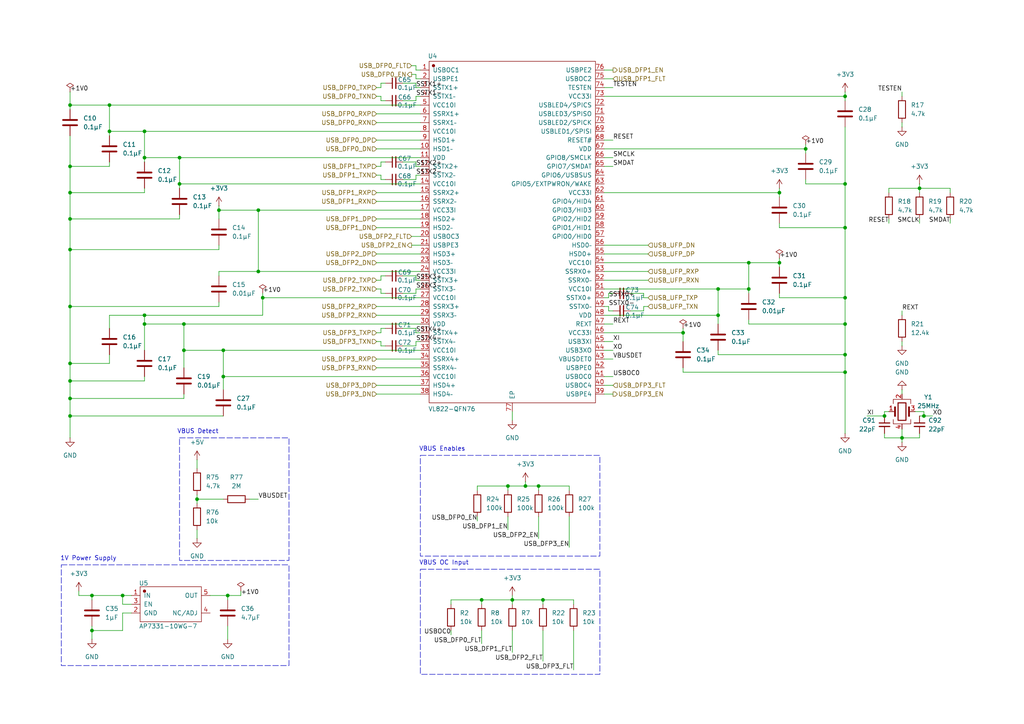
<source format=kicad_sch>
(kicad_sch (version 20231120) (generator "eeschema") (generator_version "8.0")
  (paper "A4")
  (junction (at 53.34 93.98))
  (junction (at 245.11 66.04))
  (junction (at 41.91 45.72))
  (junction (at 26.67 172.72))
  (junction (at 266.7 54.61))
  (junction (at 52.07 45.72))
  (junction (at 41.91 91.44))
  (junction (at 41.91 93.98))
  (junction (at 245.11 86.36))
  (junction (at 76.2 86.36))
  (junction (at 64.77 109.22))
  (junction (at 157.48 173.99))
  (junction (at 233.68 43.18))
  (junction (at 226.06 55.88))
  (junction (at 20.32 55.88))
  (junction (at 20.32 88.9))
  (junction (at 20.32 48.26))
  (junction (at 35.56 172.72))
  (junction (at 198.12 96.52))
  (junction (at 66.04 172.72))
  (junction (at 217.17 76.2))
  (junction (at 256.54 120.65))
  (junction (at 245.11 102.87))
  (junction (at 261.62 127))
  (junction (at 20.32 105.41))
  (junction (at 245.11 93.98))
  (junction (at 53.34 101.6))
  (junction (at 74.93 60.96))
  (junction (at 217.17 83.82))
  (junction (at 20.32 115.57))
  (junction (at 208.28 83.82))
  (junction (at 20.32 110.49))
  (junction (at 41.91 38.1))
  (junction (at 267.97 120.65))
  (junction (at 31.75 38.1))
  (junction (at 139.7 173.99))
  (junction (at 208.28 91.44))
  (junction (at 31.75 30.48))
  (junction (at 74.93 78.74))
  (junction (at 245.11 27.94))
  (junction (at 20.32 63.5))
  (junction (at 226.06 76.2))
  (junction (at 20.32 72.39))
  (junction (at 245.11 53.34))
  (junction (at 64.77 101.6))
  (junction (at 57.15 144.78))
  (junction (at 245.11 107.95))
  (junction (at 26.67 182.88))
  (junction (at 20.32 120.65))
  (junction (at 52.07 53.34))
  (junction (at 147.32 140.97))
  (junction (at 152.4 140.97))
  (junction (at 156.21 140.97))
  (junction (at 20.32 30.48))
  (junction (at 63.5 60.96))
  (junction (at 148.59 173.99))
  (wire (pts (xy 233.68 41.91) (xy 233.68 43.18)))
  (wire (pts (xy 57.15 144.78) (xy 57.15 146.05)))
  (wire (pts (xy 109.22 83.82) (xy 110.49 83.82)))
  (wire (pts (xy 226.06 64.77) (xy 226.06 66.04)))
  (wire (pts (xy 175.26 48.26) (xy 177.8 48.26)))
  (wire (pts (xy 175.26 76.2) (xy 217.17 76.2)))
  (wire (pts (xy 139.7 175.26) (xy 139.7 173.99)))
  (wire (pts (xy 119.38 68.58) (xy 121.92 68.58)))
  (wire (pts (xy 116.84 85.09) (xy 120.65 85.09)))
  (wire (pts (xy 166.37 182.88) (xy 166.37 194.31)))
  (wire (pts (xy 120.65 52.07) (xy 120.65 50.8)))
  (wire (pts (xy 116.84 52.07) (xy 120.65 52.07)))
  (wire (pts (xy 165.1 142.24) (xy 165.1 140.97)))
  (wire (pts (xy 41.91 45.72) (xy 52.07 45.72)))
  (wire (pts (xy 261.62 99.06) (xy 261.62 100.33)))
  (wire (pts (xy 266.7 127) (xy 266.7 125.73)))
  (wire (pts (xy 217.17 76.2) (xy 226.06 76.2)))
  (wire (pts (xy 120.65 20.32) (xy 121.92 20.32)))
  (wire (pts (xy 175.26 81.28) (xy 187.96 81.28)))
  (wire (pts (xy 41.91 38.1) (xy 121.92 38.1)))
  (wire (pts (xy 20.32 63.5) (xy 52.07 63.5)))
  (wire (pts (xy 109.22 96.52) (xy 110.49 96.52)))
  (wire (pts (xy 120.65 29.21) (xy 120.65 27.94)))
  (wire (pts (xy 120.65 95.25) (xy 120.65 96.52)))
  (wire (pts (xy 148.59 173.99) (xy 148.59 175.26)))
  (wire (pts (xy 119.38 71.12) (xy 121.92 71.12)))
  (wire (pts (xy 110.49 83.82) (xy 110.49 85.09)))
  (wire (pts (xy 110.49 80.01) (xy 111.76 80.01)))
  (wire (pts (xy 26.67 172.72) (xy 26.67 173.99)))
  (wire (pts (xy 20.32 39.37) (xy 20.32 48.26)))
  (wire (pts (xy 152.4 140.97) (xy 156.21 140.97)))
  (wire (pts (xy 20.32 105.41) (xy 20.32 110.49)))
  (wire (pts (xy 109.22 43.18) (xy 121.92 43.18)))
  (wire (pts (xy 261.62 127) (xy 261.62 128.27)))
  (wire (pts (xy 256.54 125.73) (xy 256.54 127)))
  (wire (pts (xy 157.48 175.26) (xy 157.48 173.99)))
  (wire (pts (xy 63.5 60.96) (xy 74.93 60.96)))
  (wire (pts (xy 261.62 127) (xy 266.7 127)))
  (wire (pts (xy 31.75 91.44) (xy 41.91 91.44)))
  (wire (pts (xy 53.34 101.6) (xy 64.77 101.6)))
  (wire (pts (xy 20.32 30.48) (xy 31.75 30.48)))
  (wire (pts (xy 109.22 55.88) (xy 121.92 55.88)))
  (wire (pts (xy 53.34 93.98) (xy 53.34 101.6)))
  (wire (pts (xy 66.04 172.72) (xy 69.85 172.72)))
  (wire (pts (xy 76.2 85.09) (xy 76.2 86.36)))
  (wire (pts (xy 20.32 115.57) (xy 53.34 115.57)))
  (wire (pts (xy 245.11 53.34) (xy 245.11 66.04)))
  (wire (pts (xy 138.43 142.24) (xy 138.43 140.97)))
  (wire (pts (xy 121.92 109.22) (xy 64.77 109.22)))
  (wire (pts (xy 198.12 107.95) (xy 245.11 107.95)))
  (wire (pts (xy 175.26 99.06) (xy 177.8 99.06)))
  (wire (pts (xy 52.07 53.34) (xy 121.92 53.34)))
  (wire (pts (xy 109.22 73.66) (xy 121.92 73.66)))
  (wire (pts (xy 53.34 93.98) (xy 121.92 93.98)))
  (wire (pts (xy 41.91 54.61) (xy 41.91 55.88)))
  (wire (pts (xy 109.22 91.44) (xy 121.92 91.44)))
  (wire (pts (xy 57.15 133.35) (xy 57.15 135.89)))
  (wire (pts (xy 52.07 62.23) (xy 52.07 63.5)))
  (wire (pts (xy 175.26 114.3) (xy 177.8 114.3)))
  (wire (pts (xy 120.65 100.33) (xy 120.65 99.06)))
  (wire (pts (xy 120.65 99.06) (xy 121.92 99.06)))
  (wire (pts (xy 120.65 83.82) (xy 121.92 83.82)))
  (wire (pts (xy 110.49 24.13) (xy 111.76 24.13)))
  (wire (pts (xy 147.32 140.97) (xy 152.4 140.97)))
  (wire (pts (xy 57.15 153.67) (xy 57.15 156.21)))
  (wire (pts (xy 165.1 149.86) (xy 165.1 158.75)))
  (wire (pts (xy 74.93 60.96) (xy 74.93 78.74)))
  (wire (pts (xy 156.21 149.86) (xy 156.21 156.21)))
  (wire (pts (xy 52.07 53.34) (xy 52.07 54.61)))
  (wire (pts (xy 208.28 91.44) (xy 208.28 83.82)))
  (wire (pts (xy 31.75 38.1) (xy 31.75 39.37)))
  (wire (pts (xy 176.53 85.09) (xy 177.8 85.09)))
  (wire (pts (xy 57.15 144.78) (xy 64.77 144.78)))
  (wire (pts (xy 226.06 74.93) (xy 226.06 76.2)))
  (wire (pts (xy 110.49 100.33) (xy 111.76 100.33)))
  (wire (pts (xy 245.11 66.04) (xy 245.11 86.36)))
  (wire (pts (xy 41.91 55.88) (xy 20.32 55.88)))
  (wire (pts (xy 52.07 45.72) (xy 121.92 45.72)))
  (wire (pts (xy 166.37 175.26) (xy 166.37 173.99)))
  (wire (pts (xy 57.15 143.51) (xy 57.15 144.78)))
  (wire (pts (xy 41.91 109.22) (xy 41.91 110.49)))
  (wire (pts (xy 20.32 26.67) (xy 20.32 30.48)))
  (wire (pts (xy 120.65 50.8) (xy 121.92 50.8)))
  (wire (pts (xy 130.81 175.26) (xy 130.81 173.99)))
  (wire (pts (xy 110.49 27.94) (xy 110.49 29.21)))
  (wire (pts (xy 41.91 93.98) (xy 53.34 93.98)))
  (wire (pts (xy 64.77 109.22) (xy 64.77 113.03)))
  (wire (pts (xy 31.75 102.87) (xy 31.75 105.41)))
  (wire (pts (xy 109.22 25.4) (xy 110.49 25.4)))
  (wire (pts (xy 226.06 86.36) (xy 245.11 86.36)))
  (wire (pts (xy 267.97 120.65) (xy 266.7 120.65)))
  (wire (pts (xy 109.22 40.64) (xy 121.92 40.64)))
  (wire (pts (xy 176.53 90.17) (xy 177.8 90.17)))
  (wire (pts (xy 152.4 139.7) (xy 152.4 140.97)))
  (wire (pts (xy 63.5 59.69) (xy 63.5 60.96)))
  (wire (pts (xy 31.75 48.26) (xy 20.32 48.26)))
  (wire (pts (xy 109.22 33.02) (xy 121.92 33.02)))
  (wire (pts (xy 226.06 76.2) (xy 226.06 77.47)))
  (wire (pts (xy 116.84 46.99) (xy 120.65 46.99)))
  (wire (pts (xy 109.22 111.76) (xy 121.92 111.76)))
  (wire (pts (xy 217.17 93.98) (xy 245.11 93.98)))
  (wire (pts (xy 245.11 27.94) (xy 245.11 29.21)))
  (wire (pts (xy 20.32 30.48) (xy 20.32 31.75)))
  (wire (pts (xy 175.26 109.22) (xy 177.8 109.22)))
  (wire (pts (xy 175.26 96.52) (xy 198.12 96.52)))
  (wire (pts (xy 66.04 181.61) (xy 66.04 185.42)))
  (wire (pts (xy 275.59 63.5) (xy 275.59 64.77)))
  (wire (pts (xy 182.88 90.17) (xy 186.69 90.17)))
  (wire (pts (xy 116.84 95.25) (xy 120.65 95.25)))
  (wire (pts (xy 41.91 91.44) (xy 76.2 91.44)))
  (wire (pts (xy 245.11 36.83) (xy 245.11 53.34)))
  (wire (pts (xy 41.91 93.98) (xy 41.91 101.6)))
  (wire (pts (xy 109.22 104.14) (xy 121.92 104.14)))
  (wire (pts (xy 226.06 66.04) (xy 245.11 66.04)))
  (wire (pts (xy 20.32 55.88) (xy 20.32 63.5)))
  (wire (pts (xy 109.22 99.06) (xy 110.49 99.06)))
  (wire (pts (xy 109.22 63.5) (xy 121.92 63.5)))
  (wire (pts (xy 26.67 182.88) (xy 26.67 185.42)))
  (wire (pts (xy 245.11 93.98) (xy 245.11 102.87)))
  (wire (pts (xy 63.5 71.12) (xy 63.5 72.39)))
  (wire (pts (xy 110.49 50.8) (xy 110.49 52.07)))
  (wire (pts (xy 245.11 107.95) (xy 245.11 125.73)))
  (wire (pts (xy 175.26 55.88) (xy 226.06 55.88)))
  (wire (pts (xy 20.32 105.41) (xy 31.75 105.41)))
  (wire (pts (xy 120.65 27.94) (xy 121.92 27.94)))
  (wire (pts (xy 156.21 140.97) (xy 156.21 142.24)))
  (wire (pts (xy 138.43 140.97) (xy 147.32 140.97)))
  (wire (pts (xy 35.56 182.88) (xy 26.67 182.88)))
  (wire (pts (xy 74.93 78.74) (xy 121.92 78.74)))
  (wire (pts (xy 110.49 81.28) (xy 110.49 80.01)))
  (wire (pts (xy 110.49 85.09) (xy 111.76 85.09)))
  (wire (pts (xy 175.26 22.86) (xy 177.8 22.86)))
  (wire (pts (xy 110.49 52.07) (xy 111.76 52.07)))
  (wire (pts (xy 176.53 86.36) (xy 176.53 85.09)))
  (wire (pts (xy 148.59 182.88) (xy 148.59 189.23)))
  (wire (pts (xy 20.32 88.9) (xy 20.32 105.41)))
  (wire (pts (xy 147.32 142.24) (xy 147.32 140.97)))
  (wire (pts (xy 266.7 63.5) (xy 266.7 64.77)))
  (wire (pts (xy 208.28 91.44) (xy 208.28 93.98)))
  (wire (pts (xy 257.81 54.61) (xy 266.7 54.61)))
  (wire (pts (xy 256.54 119.38) (xy 256.54 120.65)))
  (wire (pts (xy 116.84 100.33) (xy 120.65 100.33)))
  (wire (pts (xy 156.21 140.97) (xy 165.1 140.97)))
  (wire (pts (xy 176.53 88.9) (xy 176.53 90.17)))
  (wire (pts (xy 22.86 171.45) (xy 22.86 172.72)))
  (wire (pts (xy 175.26 86.36) (xy 176.53 86.36)))
  (wire (pts (xy 175.26 27.94) (xy 245.11 27.94)))
  (wire (pts (xy 116.84 29.21) (xy 120.65 29.21)))
  (wire (pts (xy 110.49 29.21) (xy 111.76 29.21)))
  (wire (pts (xy 175.26 73.66) (xy 187.96 73.66)))
  (wire (pts (xy 208.28 102.87) (xy 245.11 102.87)))
  (wire (pts (xy 261.62 124.46) (xy 261.62 127)))
  (wire (pts (xy 139.7 182.88) (xy 139.7 186.69)))
  (wire (pts (xy 110.49 25.4) (xy 110.49 24.13)))
  (wire (pts (xy 175.26 111.76) (xy 177.8 111.76)))
  (wire (pts (xy 120.65 21.59) (xy 120.65 22.86)))
  (wire (pts (xy 265.43 119.38) (xy 267.97 119.38)))
  (wire (pts (xy 109.22 50.8) (xy 110.49 50.8)))
  (wire (pts (xy 275.59 55.88) (xy 275.59 54.61)))
  (wire (pts (xy 119.38 21.59) (xy 120.65 21.59)))
  (wire (pts (xy 26.67 181.61) (xy 26.67 182.88)))
  (wire (pts (xy 257.81 55.88) (xy 257.81 54.61)))
  (wire (pts (xy 109.22 58.42) (xy 121.92 58.42)))
  (wire (pts (xy 208.28 101.6) (xy 208.28 102.87)))
  (wire (pts (xy 120.65 81.28) (xy 121.92 81.28)))
  (wire (pts (xy 109.22 35.56) (xy 121.92 35.56)))
  (wire (pts (xy 76.2 86.36) (xy 121.92 86.36)))
  (wire (pts (xy 41.91 91.44) (xy 41.91 93.98)))
  (wire (pts (xy 186.69 90.17) (xy 186.69 88.9)))
  (wire (pts (xy 20.32 115.57) (xy 20.32 120.65)))
  (wire (pts (xy 120.65 22.86) (xy 121.92 22.86)))
  (wire (pts (xy 38.1 177.8) (xy 35.56 177.8)))
  (wire (pts (xy 20.32 120.65) (xy 64.77 120.65)))
  (wire (pts (xy 245.11 26.67) (xy 245.11 27.94)))
  (wire (pts (xy 148.59 172.72) (xy 148.59 173.99)))
  (wire (pts (xy 226.06 55.88) (xy 226.06 57.15)))
  (wire (pts (xy 109.22 27.94) (xy 110.49 27.94)))
  (wire (pts (xy 20.32 120.65) (xy 20.32 127)))
  (wire (pts (xy 26.67 172.72) (xy 35.56 172.72)))
  (wire (pts (xy 74.93 60.96) (xy 121.92 60.96)))
  (wire (pts (xy 186.69 86.36) (xy 187.96 86.36)))
  (wire (pts (xy 110.49 95.25) (xy 111.76 95.25)))
  (wire (pts (xy 110.49 99.06) (xy 110.49 100.33)))
  (wire (pts (xy 53.34 114.3) (xy 53.34 115.57)))
  (wire (pts (xy 120.65 85.09) (xy 120.65 83.82)))
  (wire (pts (xy 175.26 71.12) (xy 187.96 71.12)))
  (wire (pts (xy 116.84 24.13) (xy 120.65 24.13)))
  (wire (pts (xy 233.68 53.34) (xy 245.11 53.34)))
  (wire (pts (xy 266.7 54.61) (xy 266.7 55.88)))
  (wire (pts (xy 120.65 25.4) (xy 121.92 25.4)))
  (wire (pts (xy 64.77 101.6) (xy 64.77 109.22)))
  (wire (pts (xy 166.37 173.99) (xy 157.48 173.99)))
  (wire (pts (xy 22.86 172.72) (xy 26.67 172.72)))
  (wire (pts (xy 120.65 80.01) (xy 120.65 81.28)))
  (wire (pts (xy 233.68 52.07) (xy 233.68 53.34)))
  (wire (pts (xy 109.22 81.28) (xy 110.49 81.28)))
  (wire (pts (xy 31.75 46.99) (xy 31.75 48.26)))
  (wire (pts (xy 157.48 182.88) (xy 157.48 191.77)))
  (wire (pts (xy 20.32 63.5) (xy 20.32 72.39)))
  (wire (pts (xy 233.68 43.18) (xy 233.68 44.45)))
  (wire (pts (xy 267.97 119.38) (xy 267.97 120.65)))
  (wire (pts (xy 175.26 93.98) (xy 177.8 93.98)))
  (wire (pts (xy 109.22 106.68) (xy 121.92 106.68)))
  (wire (pts (xy 41.91 45.72) (xy 41.91 46.99)))
  (wire (pts (xy 245.11 102.87) (xy 245.11 107.95)))
  (wire (pts (xy 217.17 92.71) (xy 217.17 93.98)))
  (wire (pts (xy 76.2 91.44) (xy 76.2 86.36)))
  (wire (pts (xy 20.32 72.39) (xy 20.32 88.9)))
  (wire (pts (xy 256.54 127) (xy 261.62 127)))
  (wire (pts (xy 110.49 48.26) (xy 110.49 46.99)))
  (wire (pts (xy 63.5 60.96) (xy 63.5 63.5)))
  (wire (pts (xy 198.12 96.52) (xy 198.12 99.06)))
  (wire (pts (xy 64.77 101.6) (xy 121.92 101.6)))
  (wire (pts (xy 31.75 30.48) (xy 31.75 38.1)))
  (wire (pts (xy 175.26 20.32) (xy 177.8 20.32)))
  (wire (pts (xy 31.75 95.25) (xy 31.75 91.44)))
  (wire (pts (xy 226.06 85.09) (xy 226.06 86.36)))
  (wire (pts (xy 175.26 25.4) (xy 177.8 25.4)))
  (wire (pts (xy 120.65 96.52) (xy 121.92 96.52)))
  (wire (pts (xy 186.69 85.09) (xy 186.69 86.36)))
  (wire (pts (xy 198.12 106.68) (xy 198.12 107.95)))
  (wire (pts (xy 256.54 119.38) (xy 257.81 119.38)))
  (wire (pts (xy 31.75 30.48) (xy 121.92 30.48)))
  (wire (pts (xy 261.62 113.03) (xy 261.62 114.3)))
  (wire (pts (xy 175.26 91.44) (xy 208.28 91.44)))
  (wire (pts (xy 186.69 88.9) (xy 187.96 88.9)))
  (wire (pts (xy 110.49 96.52) (xy 110.49 95.25)))
  (wire (pts (xy 35.56 175.26) (xy 35.56 172.72)))
  (wire (pts (xy 20.32 110.49) (xy 41.91 110.49)))
  (wire (pts (xy 148.59 173.99) (xy 157.48 173.99)))
  (wire (pts (xy 175.26 83.82) (xy 208.28 83.82)))
  (wire (pts (xy 66.04 172.72) (xy 60.96 172.72)))
  (wire (pts (xy 41.91 38.1) (xy 41.91 45.72)))
  (wire (pts (xy 35.56 172.72) (xy 38.1 172.72)))
  (wire (pts (xy 275.59 54.61) (xy 266.7 54.61)))
  (wire (pts (xy 66.04 173.99) (xy 66.04 172.72)))
  (wire (pts (xy 175.26 78.74) (xy 187.96 78.74)))
  (wire (pts (xy 53.34 101.6) (xy 53.34 106.68)))
  (wire (pts (xy 217.17 83.82) (xy 217.17 85.09)))
  (wire (pts (xy 110.49 46.99) (xy 111.76 46.99)))
  (wire (pts (xy 109.22 66.04) (xy 121.92 66.04)))
  (wire (pts (xy 175.26 40.64) (xy 177.8 40.64)))
  (wire (pts (xy 109.22 48.26) (xy 110.49 48.26)))
  (wire (pts (xy 120.65 46.99) (xy 120.65 48.26)))
  (wire (pts (xy 261.62 26.67) (xy 261.62 27.94)))
  (wire (pts (xy 226.06 54.61) (xy 226.06 55.88)))
  (wire (pts (xy 130.81 173.99) (xy 139.7 173.99)))
  (wire (pts (xy 109.22 114.3) (xy 121.92 114.3)))
  (wire (pts (xy 116.84 80.01) (xy 120.65 80.01)))
  (wire (pts (xy 63.5 72.39) (xy 20.32 72.39)))
  (wire (pts (xy 251.46 120.65) (xy 256.54 120.65)))
  (wire (pts (xy 198.12 95.25) (xy 198.12 96.52)))
  (wire (pts (xy 147.32 149.86) (xy 147.32 153.67)))
  (wire (pts (xy 63.5 78.74) (xy 74.93 78.74)))
  (wire (pts (xy 175.26 101.6) (xy 177.8 101.6)))
  (wire (pts (xy 120.65 19.05) (xy 120.65 20.32)))
  (wire (pts (xy 148.59 119.38) (xy 148.59 121.92)))
  (wire (pts (xy 20.32 110.49) (xy 20.32 115.57)))
  (wire (pts (xy 63.5 78.74) (xy 63.5 80.01)))
  (wire (pts (xy 266.7 53.34) (xy 266.7 54.61)))
  (wire (pts (xy 182.88 85.09) (xy 186.69 85.09)))
  (wire (pts (xy 63.5 87.63) (xy 63.5 88.9)))
  (wire (pts (xy 245.11 86.36) (xy 245.11 93.98)))
  (wire (pts (xy 72.39 144.78) (xy 74.93 144.78)))
  (wire (pts (xy 261.62 90.17) (xy 261.62 91.44)))
  (wire (pts (xy 175.26 45.72) (xy 177.8 45.72)))
  (wire (pts (xy 130.81 182.88) (xy 130.81 184.15)))
  (wire (pts (xy 175.26 43.18) (xy 233.68 43.18)))
  (wire (pts (xy 52.07 45.72) (xy 52.07 53.34)))
  (wire (pts (xy 119.38 19.05) (xy 120.65 19.05)))
  (wire (pts (xy 270.51 120.65) (xy 267.97 120.65)))
  (wire (pts (xy 31.75 38.1) (xy 41.91 38.1)))
  (wire (pts (xy 35.56 177.8) (xy 35.56 182.88)))
  (wire (pts (xy 175.26 88.9) (xy 176.53 88.9)))
  (wire (pts (xy 138.43 149.86) (xy 138.43 151.13)))
  (wire (pts (xy 139.7 173.99) (xy 148.59 173.99)))
  (wire (pts (xy 109.22 76.2) (xy 121.92 76.2)))
  (wire (pts (xy 63.5 88.9) (xy 20.32 88.9)))
  (wire (pts (xy 20.32 48.26) (xy 20.32 55.88)))
  (wire (pts (xy 257.81 64.77) (xy 257.81 63.5)))
  (wire (pts (xy 109.22 88.9) (xy 121.92 88.9)))
  (wire (pts (xy 175.26 104.14) (xy 177.8 104.14)))
  (wire (pts (xy 261.62 35.56) (xy 261.62 36.83)))
  (wire (pts (xy 208.28 83.82) (xy 217.17 83.82)))
  (wire (pts (xy 69.85 172.72) (xy 69.85 171.45)))
  (wire (pts (xy 38.1 175.26) (xy 35.56 175.26)))
  (wire (pts (xy 217.17 83.82) (xy 217.17 76.2)))
  (wire (pts (xy 120.65 48.26) (xy 121.92 48.26)))
  (wire (pts (xy 120.65 24.13) (xy 120.65 25.4)))
  (rectangle (start 17.78 163.83) (end 83.82 193.04) (stroke (width 0) (type dash)))
  (rectangle (start 121.92 165.1) (end 173.99 195.58) (stroke (width 0) (type dash)))
  (rectangle (start 121.92 132.08) (end 173.99 161.29) (stroke (width 0) (type dash)))
  (rectangle (start 52.07 127) (end 83.82 162.56) (stroke (width 0) (type dash)))
  (text "VBUS Enables" (at 128.27 130.302 0) (effects (font (size 1.27 1.27))))
  (text "1V Power Supply" (at 25.654 162.052 0) (effects (font (size 1.27 1.27))))
  (text "VBUS OC Input" (at 128.778 163.322 0) (effects (font (size 1.27 1.27))))
  (text "VBUS Detect" (at 57.404 125.222 0) (effects (font (size 1.27 1.27))))
  (label "+1V0" (at 226.06 74.93 0))
  (label "USB_DFP0_FLT" (at 139.7 186.69 180))
  (label "RESET" (at 177.8 40.64 0))
  (label "USB_DFP0_EN" (at 138.43 151.13 180))
  (label "USB_DFP2_FLT" (at 157.48 191.77 180))
  (label "TESTEN" (at 177.8 25.4 0))
  (label "XI" (at 251.46 120.65 0))
  (label "REXT" (at 177.8 93.98 0))
  (label "VBUSDET" (at 74.93 144.78 0))
  (label "SSTX0+" (at 176.53 86.36 0))
  (label "XI" (at 177.8 99.06 0))
  (label "USB_DFP2_EN" (at 156.21 156.21 180))
  (label "VBUSDET" (at 177.8 104.14 0))
  (label "+1V0" (at 198.12 95.25 0))
  (label "+1V0" (at 20.32 26.67 0))
  (label "SSTX1+" (at 120.65 25.4 0))
  (label "USB_DFP3_EN" (at 165.1 158.75 180))
  (label "SSTX4-" (at 120.65 99.06 0))
  (label "USBOC0" (at 130.81 184.15 180))
  (label "USB_DFP3_FLT" (at 166.37 194.31 180))
  (label "USB_DFP1_FLT" (at 148.59 189.23 180))
  (label "SMCLK" (at 177.8 45.72 0))
  (label "SSTX3+" (at 120.65 81.28 0))
  (label "XO" (at 177.8 101.6 0))
  (label "SSTX1-" (at 120.65 27.94 0))
  (label "REXT" (at 261.62 90.17 0))
  (label "TESTEN" (at 261.62 26.67 180))
  (label "SMDAT" (at 275.59 64.77 180))
  (label "+1V0" (at 76.2 85.09 0))
  (label "SMCLK" (at 266.7 64.77 180))
  (label "SSTX4+" (at 120.65 96.52 0))
  (label "XO" (at 270.51 120.65 0))
  (label "RESET" (at 257.81 64.77 180))
  (label "SSTX2+" (at 120.65 48.26 0))
  (label "USB_DFP1_EN" (at 147.32 153.67 180))
  (label "SSTX0-" (at 176.53 88.9 0))
  (label "SSTX3-" (at 120.65 83.82 0))
  (label "SSTX2-" (at 120.65 50.8 0))
  (label "SMDAT" (at 177.8 48.26 0))
  (label "+1V0" (at 69.85 172.72 0))
  (label "USBOC0" (at 177.8 109.22 0))
  (label "+1V0" (at 233.68 41.91 0))
  (hierarchical_label "USB_DFP0_DN" (shape input) (at 109.22 43.18 180))
  (hierarchical_label "USB_DFP3_DN" (shape input) (at 109.22 114.3 180))
  (hierarchical_label "USB_DFP0_FLT" (shape input) (at 119.38 19.05 180))
  (hierarchical_label "USB_DFP2_RXN" (shape input) (at 109.22 91.44 180))
  (hierarchical_label "USB_UFP_DP" (shape input) (at 187.96 73.66 0))
  (hierarchical_label "USB_DFP2_RXP" (shape input) (at 109.22 88.9 180))
  (hierarchical_label "USB_DFP2_EN" (shape output) (at 119.38 71.12 180))
  (hierarchical_label "USB_DFP2_DN" (shape input) (at 109.22 76.2 180))
  (hierarchical_label "USB_DFP2_TXP" (shape input) (at 109.22 81.28 180))
  (hierarchical_label "USB_DFP1_DN" (shape input) (at 109.22 66.04 180))
  (hierarchical_label "USB_DFP3_EN" (shape output) (at 177.8 114.3 0))
  (hierarchical_label "USB_DFP3_TXP" (shape input) (at 109.22 96.52 180))
  (hierarchical_label "USB_UFP_RXP" (shape input) (at 187.96 78.74 0))
  (hierarchical_label "USB_DFP3_DP" (shape input) (at 109.22 111.76 180))
  (hierarchical_label "USB_DFP0_DP" (shape input) (at 109.22 40.64 180))
  (hierarchical_label "USB_UFP_RXN" (shape input) (at 187.96 81.28 0))
  (hierarchical_label "USB_DFP1_TXN" (shape input) (at 109.22 50.8 180))
  (hierarchical_label "USB_DFP1_DP" (shape input) (at 109.22 63.5 180))
  (hierarchical_label "USB_DFP1_TXP" (shape input) (at 109.22 48.26 180))
  (hierarchical_label "USB_DFP2_TXN" (shape input) (at 109.22 83.82 180))
  (hierarchical_label "USB_UFP_DN" (shape input) (at 187.96 71.12 0))
  (hierarchical_label "USB_DFP3_RXN" (shape input) (at 109.22 106.68 180))
  (hierarchical_label "USB_DFP3_TXN" (shape input) (at 109.22 99.06 180))
  (hierarchical_label "USB_DFP0_TXP" (shape input) (at 109.22 25.4 180))
  (hierarchical_label "USB_DFP0_RXP" (shape input) (at 109.22 33.02 180))
  (hierarchical_label "USB_DFP1_EN" (shape output) (at 177.8 20.32 0))
  (hierarchical_label "USB_DFP2_FLT" (shape input) (at 119.38 68.58 180))
  (hierarchical_label "USB_DFP2_DP" (shape input) (at 109.22 73.66 180))
  (hierarchical_label "USB_DFP1_RXP" (shape input) (at 109.22 55.88 180))
  (hierarchical_label "USB_DFP3_RXP" (shape input) (at 109.22 104.14 180))
  (hierarchical_label "USB_UFP_TXP" (shape input) (at 187.96 86.36 0))
  (hierarchical_label "USB_DFP1_RXN" (shape input) (at 109.22 58.42 180))
  (hierarchical_label "USB_UFP_TXN" (shape input) (at 187.96 88.9 0))
  (hierarchical_label "USB_DFP0_RXN" (shape input) (at 109.22 35.56 180))
  (hierarchical_label "USB_DFP0_EN" (shape output) (at 119.38 21.59 180))
  (hierarchical_label "USB_DFP1_FLT" (shape input) (at 177.8 22.86 0))
  (hierarchical_label "USB_DFP0_TXN" (shape input) (at 109.22 27.94 180))
  (hierarchical_label "USB_DFP3_FLT" (shape input) (at 177.8 111.76 0))
  (symbol (lib_id "Device:C_Small") (at 114.3 80.01 90) (unit 1)
    (property "Reference" "C69" (at 117.348 78.994 90))
    (property "Value" "0.1µF" (at 118.11 81.28 90))
    (property "Footprint" "Capacitor_SMD:C_0402_1005Metric" (effects (hide yes)))
    (property "Description" "AC coupling" (effects (hide yes)))
    (property "LCSC" "C307331" (effects (hide yes)))
    (property "Part_Number" "CL05B104KB54PNC" (effects (hide yes)))
  )
  (symbol (lib_id "power:GND") (at 261.62 100.33 0) (unit 1)
    (property "Reference" "#PWR040" (effects (hide yes)))
    (property "Value" "GND" (at 261.62 105.41 0))
    (property "Description" "Power symbol creates a global label with name \"GND\" , ground" (effects (hide yes)))
  )
  (symbol (lib_id "power:+3V3") (at 245.11 26.67 0) (unit 1)
    (property "Reference" "#PWR032" (effects (hide yes)))
    (property "Value" "+3V3" (at 245.11 21.59 0))
    (property "Description" "Power symbol creates a global label with name \"+3V3\"" (effects (hide yes)))
  )
  (symbol (lib_id "Device:C") (at 233.68 48.26 0) (unit 1)
    (property "Reference" "C29" (at 237.49 46.9899 0) (effects (justify left)))
    (property "Value" "0.1µF" (at 237.49 49.5299 0) (effects (justify left)))
    (property "Footprint" "Capacitor_SMD:C_0402_1005Metric" (effects (hide yes)))
    (property "Description" "Unpolarized capacitor" (effects (hide yes)))
    (property "LCSC" "C307331" (effects (hide yes)))
    (property "Part_Number" "CL05B104KB54PNC" (effects (hide yes)))
  )
  (symbol (lib_id "Device:R") (at 261.62 95.25 0) (unit 1)
    (property "Reference" "R21" (at 264.16 93.9799 0) (effects (justify left)))
    (property "Value" "12.4k" (at 264.16 96.5199 0) (effects (justify left)))
    (property "Footprint" "Resistor_SMD:R_0805_2012Metric_Pad1.20x1.40mm_HandSolder" (effects (hide yes)))
    (property "Description" "Resistor" (effects (hide yes)))
    (property "Part_Number" "CQ05W8F1242T5E" (effects (hide yes)))
    (property "LCSC" "C966572" (effects (hide yes)))
  )
  (symbol (lib_id "power:PWR_FLAG") (at 226.06 74.93 0) (unit 1)
    (property "Reference" "#FLG08" (effects (hide yes)))
    (property "Value" "PWR_FLAG" (effects (hide yes)))
    (property "Description" "Special symbol for telling ERC where power comes from" (effects (hide yes)))
  )
  (symbol (lib_id "power:PWR_FLAG") (at 76.2 85.09 0) (unit 1)
    (property "Reference" "#FLG010" (effects (hide yes)))
    (property "Value" "PWR_FLAG" (effects (hide yes)))
    (property "Description" "Special symbol for telling ERC where power comes from" (effects (hide yes)))
  )
  (symbol (lib_id "Device:C") (at 217.17 88.9 0) (unit 1)
    (property "Reference" "C32" (at 220.98 87.6299 0) (effects (justify left)))
    (property "Value" "0.01µF" (at 220.98 90.1699 0) (effects (justify left)))
    (property "Footprint" "Capacitor_SMD:C_0402_1005Metric" (effects (hide yes)))
    (property "Description" "X7R" (effects (hide yes)))
    (property "LCSC" "C15195" (effects (hide yes)))
    (property "Part_Number" "CL05B103KB5NNNC" (effects (hide yes)))
  )
  (symbol (lib_id "Device:C_Small") (at 114.3 95.25 90) (unit 1)
    (property "Reference" "C71" (at 117.348 94.234 90))
    (property "Value" "0.1µF" (at 118.11 96.52 90))
    (property "Footprint" "Capacitor_SMD:C_0402_1005Metric" (effects (hide yes)))
    (property "Description" "AC coupling" (effects (hide yes)))
    (property "LCSC" "C307331" (effects (hide yes)))
    (property "Part_Number" "CL05B104KB54PNC" (effects (hide yes)))
  )
  (symbol (lib_id "Device:C_Small") (at 114.3 46.99 90) (unit 1)
    (property "Reference" "C67" (at 117.348 45.974 90))
    (property "Value" "0.1µF" (at 118.11 48.26 90))
    (property "Footprint" "Capacitor_SMD:C_0402_1005Metric" (effects (hide yes)))
    (property "Description" "AC coupling" (effects (hide yes)))
    (property "LCSC" "C307331" (effects (hide yes)))
    (property "Part_Number" "CL05B104KB54PNC" (effects (hide yes)))
  )
  (symbol (lib_id "Device:C") (at 31.75 99.06 0) (unit 1)
    (property "Reference" "C16" (at 35.56 97.7899 0) (effects (justify left)))
    (property "Value" "0.1µF" (at 35.56 100.3299 0) (effects (justify left)))
    (property "Footprint" "Capacitor_SMD:C_0402_1005Metric" (effects (hide yes)))
    (property "Description" "Unpolarized capacitor" (effects (hide yes)))
    (property "LCSC" "C307331" (effects (hide yes)))
    (property "Part_Number" "CL05B104KB54PNC" (effects (hide yes)))
  )
  (symbol (lib_id "Device:R") (at 157.48 179.07 0) (unit 1)
    (property "Reference" "R22" (at 160.02 177.7999 0) (effects (justify left)))
    (property "Value" "10k" (at 160.02 180.3399 0) (effects (justify left)))
    (property "Footprint" "Resistor_SMD:R_0402_1005Metric" (effects (hide yes)))
    (property "Description" "Resistor" (effects (hide yes)))
    (property "LCSC" "C25744" (effects (hide yes)))
    (property "Part_Number" "0402WGF1002TCE" (effects (hide yes)))
  )
  (symbol (lib_id "power:GND") (at 261.62 113.03 180) (unit 1)
    (property "Reference" "#PWR0102" (effects (hide yes)))
    (property "Value" "GND" (at 261.62 107.95 0))
    (property "Description" "Power symbol creates a global label with name \"GND\" , ground" (effects (hide yes)))
  )
  (symbol (lib_id "Device:C") (at 41.91 50.8 0) (unit 1)
    (property "Reference" "C12" (at 45.72 49.5299 0) (effects (justify left)))
    (property "Value" "0.1µF" (at 45.72 52.0699 0) (effects (justify left)))
    (property "Footprint" "Capacitor_SMD:C_0402_1005Metric" (effects (hide yes)))
    (property "Description" "Unpolarized capacitor" (effects (hide yes)))
    (property "LCSC" "C307331" (effects (hide yes)))
    (property "Part_Number" "CL05B104KB54PNC" (effects (hide yes)))
  )
  (symbol (lib_id "power:PWR_FLAG") (at 69.85 171.45 0) (unit 1)
    (property "Reference" "#FLG01" (effects (hide yes)))
    (property "Value" "PWR_FLAG" (effects (hide yes)))
    (property "Description" "Special symbol for telling ERC where power comes from" (effects (hide yes)))
  )
  (symbol (lib_id "Device:R") (at 57.15 139.7 0) (unit 1)
    (property "Reference" "R75" (at 59.69 138.4299 0) (effects (justify left)))
    (property "Value" "4.7k" (at 59.69 140.9699 0) (effects (justify left)))
    (property "Footprint" "Resistor_SMD:R_0402_1005Metric" (effects (hide yes)))
    (property "Description" "Resistor" (effects (hide yes)))
    (property "Part_Number" "0402WGF4701TCE" (effects (hide yes)))
    (property "LCSC" "C25900" (effects (hide yes)))
  )
  (symbol (lib_id "power:GND") (at 148.59 121.92 0) (unit 1)
    (property "Reference" "#PWR0103" (effects (hide yes)))
    (property "Value" "GND" (at 148.59 127 0))
    (property "Description" "Power symbol creates a global label with name \"GND\" , ground" (effects (hide yes)))
  )
  (symbol (lib_id "VL822-QFN76:VL822-QFN76") (at 148.59 67.31 0) (unit 1)
    (property "Reference" "U4" (at 125.476 16.256 0))
    (property "Value" "VL822-QFN76" (at 131.064 118.618 0))
    (property "Footprint" "VL822-QFN76:VL822-QFN76" (effects (hide yes)))
    (property "Description" "C2841047" (effects (hide yes)))
    (property "uuid" "std:e890d40fbb624ecfa7b32be7bc9d3cba" (effects (hide yes)))
    (property "Part_Number" "VL822-QFN76" (effects (hide yes)))
    (property "LCSC" "C2841047" (effects (hide yes)))
  )
  (symbol (lib_id "Device:R") (at 166.37 179.07 0) (unit 1)
    (property "Reference" "R23" (at 168.91 177.7999 0) (effects (justify left)))
    (property "Value" "10k" (at 168.91 180.3399 0) (effects (justify left)))
    (property "Footprint" "Resistor_SMD:R_0402_1005Metric" (effects (hide yes)))
    (property "Description" "Resistor" (effects (hide yes)))
    (property "LCSC" "C25744" (effects (hide yes)))
    (property "Part_Number" "0402WGF1002TCE" (effects (hide yes)))
  )
  (symbol (lib_id "Device:C") (at 52.07 58.42 0) (unit 1)
    (property "Reference" "C13" (at 55.88 57.1499 0) (effects (justify left)))
    (property "Value" "0.1µF" (at 55.88 59.6899 0) (effects (justify left)))
    (property "Footprint" "Capacitor_SMD:C_0402_1005Metric" (effects (hide yes)))
    (property "Description" "Unpolarized capacitor" (effects (hide yes)))
    (property "LCSC" "C307331" (effects (hide yes)))
    (property "Part_Number" "CL05B104KB54PNC" (effects (hide yes)))
  )
  (symbol (lib_id "AP7331-10WG-7:AP7331-10WG-7") (at 49.53 175.26 0) (unit 1)
    (property "Reference" "U5" (at 41.656 169.164 0))
    (property "Value" "AP7331-10WG-7" (at 48.768 181.61 0))
    (property "Footprint" "AP7331-10WG-7:AP7331-10WG-7" (effects (hide yes)))
    (property "Datasheet" "http://www.szlcsc.com/product/details_464804.html" (effects (hide yes)))
    (property "Description" "C460375" (effects (hide yes)))
    (property "uuid" "std:bcc43397ad83422c80ea21646716de2d" (effects (hide yes)))
    (property "Part_Number" "AP7331-10WG-7" (effects (hide yes)))
    (property "LCSC" "C460375" (effects (hide yes)))
  )
  (symbol (lib_id "power:PWR_FLAG") (at 20.32 26.67 0) (unit 1)
    (property "Reference" "#FLG02" (effects (hide yes)))
    (property "Value" "PWR_FLAG" (effects (hide yes)))
    (property "Description" "Special symbol for telling ERC where power comes from" (effects (hide yes)))
  )
  (symbol (lib_id "Device:R") (at 148.59 179.07 0) (unit 1)
    (property "Reference" "R7" (at 151.13 177.7999 0) (effects (justify left)))
    (property "Value" "10k" (at 151.13 180.3399 0) (effects (justify left)))
    (property "Footprint" "Resistor_SMD:R_0402_1005Metric" (effects (hide yes)))
    (property "Description" "Resistor" (effects (hide yes)))
    (property "LCSC" "C25744" (effects (hide yes)))
    (property "Part_Number" "0402WGF1002TCE" (effects (hide yes)))
  )
  (symbol (lib_id "Device:C") (at 26.67 177.8 0) (unit 1)
    (property "Reference" "C35" (at 30.48 176.5299 0) (effects (justify left)))
    (property "Value" "1µF" (at 30.48 179.0699 0) (effects (justify left)))
    (property "Footprint" "Capacitor_SMD:C_0603_1608Metric" (effects (hide yes)))
    (property "Description" "X7R" (effects (hide yes)))
    (property "Part_Number" "CL10A105KB8NNNC" (effects (hide yes)))
    (property "LCSC" "C15849" (effects (hide yes)))
  )
  (symbol (lib_id "Device:C") (at 53.34 110.49 0) (unit 1)
    (property "Reference" "C19" (at 57.15 109.2199 0) (effects (justify left)))
    (property "Value" "0.01µF" (at 57.15 111.7599 0) (effects (justify left)))
    (property "Footprint" "Capacitor_SMD:C_0402_1005Metric" (effects (hide yes)))
    (property "Description" "X7R" (effects (hide yes)))
    (property "LCSC" "C15195" (effects (hide yes)))
    (property "Part_Number" "CL05B103KB5NNNC" (effects (hide yes)))
  )
  (symbol (lib_id "Device:R") (at 68.58 144.78 90) (unit 1)
    (property "Reference" "R77" (at 68.58 138.43 90))
    (property "Value" "2M" (at 68.58 140.97 90))
    (property "Footprint" "Resistor_SMD:R_0603_1608Metric" (effects (hide yes)))
    (property "Description" "Resistor" (effects (hide yes)))
    (property "Part_Number" "0603WAF2004T5E" (effects (hide yes)))
    (property "LCSC" "C22976" (effects (hide yes)))
  )
  (symbol (lib_id "Device:C_Small") (at 114.3 29.21 90) (unit 1)
    (property "Reference" "C66" (at 117.348 28.194 90))
    (property "Value" "0.1µF" (at 118.11 30.48 90))
    (property "Footprint" "Capacitor_SMD:C_0402_1005Metric" (effects (hide yes)))
    (property "Description" "AC coupling" (effects (hide yes)))
    (property "LCSC" "C307331" (effects (hide yes)))
    (property "Part_Number" "CL05B104KB54PNC" (effects (hide yes)))
  )
  (symbol (lib_id "Device:C_Small") (at 180.34 85.09 90) (unit 1)
    (property "Reference" "C73" (at 183.388 84.074 90))
    (property "Value" "0.1µF" (at 184.15 86.36 90))
    (property "Footprint" "Capacitor_SMD:C_0402_1005Metric" (effects (hide yes)))
    (property "Description" "AC coupling" (effects (hide yes)))
    (property "LCSC" "C307331" (effects (hide yes)))
    (property "Part_Number" "CL05B104KB54PNC" (effects (hide yes)))
  )
  (symbol (lib_id "Device:C") (at 31.75 43.18 0) (unit 1)
    (property "Reference" "C11" (at 35.56 41.9099 0) (effects (justify left)))
    (property "Value" "0.1µF" (at 35.56 44.4499 0) (effects (justify left)))
    (property "Footprint" "Capacitor_SMD:C_0402_1005Metric" (effects (hide yes)))
    (property "Description" "Unpolarized capacitor" (effects (hide yes)))
    (property "LCSC" "C307331" (effects (hide yes)))
    (property "Part_Number" "CL05B104KB54PNC" (effects (hide yes)))
  )
  (symbol (lib_id "Device:R") (at 138.43 146.05 180) (unit 1)
    (property "Reference" "R24" (at 140.97 144.7799 0) (effects (justify right)))
    (property "Value" "100k" (at 140.97 147.3199 0) (effects (justify right)))
    (property "Footprint" "Resistor_SMD:R_0402_1005Metric" (effects (hide yes)))
    (property "Description" "Resistor" (effects (hide yes)))
    (property "LCSC" "C25741" (effects (hide yes)))
    (property "Part_Number" "0402WGF1003TCE" (effects (hide yes)))
  )
  (symbol (lib_id "Device:C_Small") (at 114.3 100.33 90) (unit 1)
    (property "Reference" "C72" (at 117.348 99.314 90))
    (property "Value" "0.1µF" (at 118.11 101.6 90))
    (property "Footprint" "Capacitor_SMD:C_0402_1005Metric" (effects (hide yes)))
    (property "Description" "AC coupling" (effects (hide yes)))
    (property "LCSC" "C307331" (effects (hide yes)))
    (property "Part_Number" "CL05B104KB54PNC" (effects (hide yes)))
  )
  (symbol (lib_id "power:PWR_FLAG") (at 233.68 41.91 0) (unit 1)
    (property "Reference" "#FLG07" (effects (hide yes)))
    (property "Value" "PWR_FLAG" (effects (hide yes)))
    (property "Description" "Special symbol for telling ERC where power comes from" (effects (hide yes)))
  )
  (symbol (lib_id "Device:R") (at 57.15 149.86 0) (unit 1)
    (property "Reference" "R76" (at 59.69 148.5899 0) (effects (justify left)))
    (property "Value" "10k" (at 59.69 151.1299 0) (effects (justify left)))
    (property "Footprint" "Resistor_SMD:R_0402_1005Metric" (effects (hide yes)))
    (property "Description" "Resistor" (effects (hide yes)))
    (property "Part_Number" "0402WGF1002TCE" (effects (hide yes)))
    (property "LCSC" "C25744" (effects (hide yes)))
  )
  (symbol (lib_id "Device:R") (at 257.81 59.69 180) (unit 1)
    (property "Reference" "R18" (at 260.35 58.4199 0) (effects (justify right)))
    (property "Value" "4.7k" (at 260.35 60.9599 0) (effects (justify right)))
    (property "Footprint" "Resistor_SMD:R_0402_1005Metric" (effects (hide yes)))
    (property "Description" "Resistor" (effects (hide yes)))
    (property "LCSC" "C25900" (effects (hide yes)))
    (property "Part_Number" "0402WGF4701TCE" (effects (hide yes)))
  )
  (symbol (lib_id "Device:R") (at 266.7 59.69 0) (unit 1)
    (property "Reference" "R19" (at 269.24 58.4199 0) (effects (justify left)))
    (property "Value" "4.7k" (at 269.24 60.9599 0) (effects (justify left)))
    (property "Footprint" "Resistor_SMD:R_0402_1005Metric" (effects (hide yes)))
    (property "Description" "Resistor" (effects (hide yes)))
    (property "LCSC" "C25900" (effects (hide yes)))
    (property "Part_Number" "0402WGF4701TCE" (effects (hide yes)))
  )
  (symbol (lib_id "power:GND") (at 57.15 156.21 0) (unit 1)
    (property "Reference" "#PWR0101" (effects (hide yes)))
    (property "Value" "GND" (at 57.15 161.29 0))
    (property "Description" "Power symbol creates a global label with name \"GND\" , ground" (effects (hide yes)))
  )
  (symbol (lib_id "power:+3V3") (at 22.86 171.45 0) (unit 1)
    (property "Reference" "#PWR044" (effects (hide yes)))
    (property "Value" "+3V3" (at 22.86 166.37 0))
    (property "Description" "Power symbol creates a global label with name \"+3V3\"" (effects (hide yes)))
  )
  (symbol (lib_id "Device:C") (at 198.12 102.87 0) (unit 1)
    (property "Reference" "C34" (at 201.93 101.5999 0) (effects (justify left)))
    (property "Value" "0.1µF" (at 201.93 104.1399 0) (effects (justify left)))
    (property "Footprint" "Capacitor_SMD:C_0402_1005Metric" (effects (hide yes)))
    (property "Description" "Unpolarized capacitor" (effects (hide yes)))
    (property "LCSC" "C307331" (effects (hide yes)))
    (property "Part_Number" "CL05B104KB54PNC" (effects (hide yes)))
  )
  (symbol (lib_id "power:GND") (at 261.62 36.83 0) (unit 1)
    (property "Reference" "#PWR038" (effects (hide yes)))
    (property "Value" "GND" (at 261.62 41.91 0))
    (property "Description" "Power symbol creates a global label with name \"GND\" , ground" (effects (hide yes)))
  )
  (symbol (lib_id "power:PWR_FLAG") (at 198.12 95.25 0) (unit 1)
    (property "Reference" "#FLG09" (effects (hide yes)))
    (property "Value" "PWR_FLAG" (effects (hide yes)))
    (property "Description" "Special symbol for telling ERC where power comes from" (effects (hide yes)))
  )
  (symbol (lib_id "power:+3V3") (at 148.59 172.72 0) (unit 1)
    (property "Reference" "#PWR023" (effects (hide yes)))
    (property "Value" "+3V3" (at 148.59 167.64 0))
    (property "Description" "Power symbol creates a global label with name \"+3V3\"" (effects (hide yes)))
  )
  (symbol (lib_id "Device:Crystal_GND24") (at 261.62 119.38 0) (unit 1)
    (property "Reference" "Y1" (at 269.24 115.189 0))
    (property "Value" "25MHz" (at 269.24 117.729 0))
    (property "Footprint" "Crystal:Crystal_SMD_3225-4Pin_3.2x2.5mm" (effects (hide yes)))
    (property "Description" "Two pin crystal" (effects (hide yes)))
    (property "Part_Number" "X322525MOB4SI" (effects (hide yes)))
    (property "LCSC" "C9006" (effects (hide yes)))
  )
  (symbol (lib_id "Device:C_Small") (at 256.54 123.19 0) (unit 1)
    (property "Reference" "C91" (at 254 121.9262 0) (effects (justify right)))
    (property "Value" "22pF" (at 254 124.4662 0) (effects (justify right)))
    (property "Footprint" "Capacitor_SMD:C_0603_1608Metric" (effects (hide yes)))
    (property "Description" "Unpolarized capacitor, small symbol" (effects (hide yes)))
    (property "LCSC" "C1653" (effects (hide yes)))
    (property "Part_Number" "CL10C220JB8NNNC" (effects (hide yes)))
  )
  (symbol (lib_id "Device:C") (at 64.77 116.84 0) (unit 1)
    (property "Reference" "C27" (at 68.58 115.5699 0) (effects (justify left)))
    (property "Value" "0.1µF" (at 68.58 118.1099 0) (effects (justify left)))
    (property "Footprint" "Capacitor_SMD:C_0402_1005Metric" (effects (hide yes)))
    (property "Description" "Unpolarized capacitor" (effects (hide yes)))
    (property "LCSC" "C307331" (effects (hide yes)))
    (property "Part_Number" "CL05B104KB54PNC" (effects (hide yes)))
  )
  (symbol (lib_id "power:+3V3") (at 226.06 54.61 0) (unit 1)
    (property "Reference" "#PWR035" (effects (hide yes)))
    (property "Value" "+3V3" (at 226.06 49.53 0))
    (property "Description" "Power symbol creates a global label with name \"+3V3\"" (effects (hide yes)))
  )
  (symbol (lib_id "Device:C_Small") (at 266.7 123.19 0) (mirror y) (unit 1)
    (property "Reference" "C92" (at 269.24 121.9262 0) (effects (justify right)))
    (property "Value" "22pF" (at 269.24 124.4662 0) (effects (justify right)))
    (property "Footprint" "Capacitor_SMD:C_0603_1608Metric" (effects (hide yes)))
    (property "Description" "Unpolarized capacitor, small symbol" (effects (hide yes)))
    (property "LCSC" "C1653" (effects (hide yes)))
    (property "Part_Number" "CL10C220JB8NNNC" (effects (hide yes)))
  )
  (symbol (lib_id "Device:C_Small") (at 114.3 85.09 90) (unit 1)
    (property "Reference" "C70" (at 117.348 84.074 90))
    (property "Value" "0.1µF" (at 118.11 86.36 90))
    (property "Footprint" "Capacitor_SMD:C_0402_1005Metric" (effects (hide yes)))
    (property "Description" "AC coupling" (effects (hide yes)))
    (property "LCSC" "C307331" (effects (hide yes)))
    (property "Part_Number" "CL05B104KB54PNC" (effects (hide yes)))
  )
  (symbol (lib_id "power:+3V3") (at 63.5 59.69 0) (unit 1)
    (property "Reference" "#PWR030" (effects (hide yes)))
    (property "Value" "+3V3" (at 63.5 54.61 0))
    (property "Description" "Power symbol creates a global label with name \"+3V3\"" (effects (hide yes)))
  )
  (symbol (lib_id "Device:R") (at 261.62 31.75 180) (unit 1)
    (property "Reference" "R17" (at 264.16 30.4799 0) (effects (justify right)))
    (property "Value" "4.7k" (at 264.16 33.0199 0) (effects (justify right)))
    (property "Footprint" "Resistor_SMD:R_0402_1005Metric" (effects (hide yes)))
    (property "Description" "Resistor" (effects (hide yes)))
    (property "LCSC" "C25900" (effects (hide yes)))
    (property "Part_Number" "0402WGF4701TCE" (effects (hide yes)))
  )
  (symbol (lib_id "power:GND") (at 26.67 185.42 0) (unit 1)
    (property "Reference" "#PWR041" (effects (hide yes)))
    (property "Value" "GND" (at 26.67 190.5 0))
    (property "Description" "Power symbol creates a global label with name \"GND\" , ground" (effects (hide yes)))
  )
  (symbol (lib_id "Device:R") (at 275.59 59.69 0) (unit 1)
    (property "Reference" "R20" (at 278.13 58.4199 0) (effects (justify left)))
    (property "Value" "4.7k" (at 278.13 60.9599 0) (effects (justify left)))
    (property "Footprint" "Resistor_SMD:R_0402_1005Metric" (effects (hide yes)))
    (property "Description" "Resistor" (effects (hide yes)))
    (property "LCSC" "C25900" (effects (hide yes)))
    (property "Part_Number" "0402WGF4701TCE" (effects (hide yes)))
  )
  (symbol (lib_id "power:GND") (at 261.62 128.27 0) (unit 1)
    (property "Reference" "#PWR069" (effects (hide yes)))
    (property "Value" "GND" (at 261.62 133.35 0))
    (property "Description" "Power symbol creates a global label with name \"GND\" , ground" (effects (hide yes)))
  )
  (symbol (lib_id "Device:R") (at 156.21 146.05 0) (unit 1)
    (property "Reference" "R26" (at 158.75 144.7799 0) (effects (justify left)))
    (property "Value" "100k" (at 158.75 147.3199 0) (effects (justify left)))
    (property "Footprint" "Resistor_SMD:R_0402_1005Metric" (effects (hide yes)))
    (property "Description" "Resistor" (effects (hide yes)))
    (property "LCSC" "C25741" (effects (hide yes)))
    (property "Part_Number" "0402WGF1003TCE" (effects (hide yes)))
  )
  (symbol (lib_id "Device:C") (at 20.32 35.56 0) (unit 1)
    (property "Reference" "C10" (at 24.13 34.2899 0) (effects (justify left)))
    (property "Value" "0.1µF" (at 24.13 36.8299 0) (effects (justify left)))
    (property "Footprint" "Capacitor_SMD:C_0402_1005Metric" (effects (hide yes)))
    (property "Description" "Unpolarized capacitor" (effects (hide yes)))
    (property "LCSC" "C307331" (effects (hide yes)))
    (property "Part_Number" "CL05B104KB54PNC" (effects (hide yes)))
  )
  (symbol (lib_id "Device:R") (at 139.7 179.07 180) (unit 1)
    (property "Reference" "R8" (at 142.24 177.7999 0) (effects (justify right)))
    (property "Value" "10k" (at 142.24 180.3399 0) (effects (justify right)))
    (property "Footprint" "Resistor_SMD:R_0402_1005Metric" (effects (hide yes)))
    (property "Description" "Resistor" (effects (hide yes)))
    (property "LCSC" "C25744" (effects (hide yes)))
    (property "Part_Number" "0402WGF1002TCE" (effects (hide yes)))
  )
  (symbol (lib_id "power:+5V") (at 57.15 133.35 0) (unit 1)
    (property "Reference" "#PWR0100" (effects (hide yes)))
    (property "Value" "+5V" (at 57.15 128.27 0))
    (property "Description" "Power symbol creates a global label with name \"+5V\"" (effects (hide yes)))
  )
  (symbol (lib_id "Device:C") (at 226.06 60.96 0) (unit 1)
    (property "Reference" "C30" (at 229.87 59.6899 0) (effects (justify left)))
    (property "Value" "0.1µF" (at 229.87 62.2299 0) (effects (justify left)))
    (property "Footprint" "Capacitor_SMD:C_0402_1005Metric" (effects (hide yes)))
    (property "Description" "Unpolarized capacitor" (effects (hide yes)))
    (property "LCSC" "C307331" (effects (hide yes)))
    (property "Part_Number" "CL05B104KB54PNC" (effects (hide yes)))
  )
  (symbol (lib_id "Device:C") (at 208.28 97.79 0) (unit 1)
    (property "Reference" "C33" (at 212.09 96.5199 0) (effects (justify left)))
    (property "Value" "0.1µF" (at 212.09 99.0599 0) (effects (justify left)))
    (property "Footprint" "Capacitor_SMD:C_0402_1005Metric" (effects (hide yes)))
    (property "Description" "Unpolarized capacitor" (effects (hide yes)))
    (property "LCSC" "C307331" (effects (hide yes)))
    (property "Part_Number" "CL05B104KB54PNC" (effects (hide yes)))
  )
  (symbol (lib_id "Device:C") (at 226.06 81.28 0) (unit 1)
    (property "Reference" "C31" (at 229.87 80.0099 0) (effects (justify left)))
    (property "Value" "0.1µF" (at 229.87 82.5499 0) (effects (justify left)))
    (property "Footprint" "Capacitor_SMD:C_0402_1005Metric" (effects (hide yes)))
    (property "Description" "Unpolarized capacitor" (effects (hide yes)))
    (property "LCSC" "C307331" (effects (hide yes)))
    (property "Part_Number" "CL05B104KB54PNC" (effects (hide yes)))
  )
  (symbol (lib_id "Device:R") (at 130.81 179.07 180) (unit 1)
    (property "Reference" "R2" (at 133.35 177.7999 0) (effects (justify right)))
    (property "Value" "10k" (at 133.35 180.3399 0) (effects (justify right)))
    (property "Footprint" "Resistor_SMD:R_0402_1005Metric" (effects (hide yes)))
    (property "Description" "Resistor" (effects (hide yes)))
    (property "LCSC" "C25744" (effects (hide yes)))
    (property "Part_Number" "0402WGF1002TCE" (effects (hide yes)))
  )
  (symbol (lib_id "Device:C") (at 66.04 177.8 0) (unit 1)
    (property "Reference" "C36" (at 69.85 176.5299 0) (effects (justify left)))
    (property "Value" "4.7μF" (at 69.85 179.0699 0) (effects (justify left)))
    (property "Footprint" "Capacitor_SMD:C_0603_1608Metric" (effects (hide yes)))
    (property "Description" "X5R" (effects (hide yes)))
    (property "Part_Number" "CL10A475KO8NNNC" (effects (hide yes)))
    (property "LCSC" "C19666" (effects (hide yes)))
  )
  (symbol (lib_id "Device:C") (at 41.91 105.41 0) (unit 1)
    (property "Reference" "C17" (at 45.72 104.1399 0) (effects (justify left)))
    (property "Value" "0.1µF" (at 45.72 106.6799 0) (effects (justify left)))
    (property "Footprint" "Capacitor_SMD:C_0402_1005Metric" (effects (hide yes)))
    (property "Description" "Unpolarized capacitor" (effects (hide yes)))
    (property "LCSC" "C307331" (effects (hide yes)))
    (property "Part_Number" "CL05B104KB54PNC" (effects (hide yes)))
  )
  (symbol (lib_id "Device:C_Small") (at 114.3 24.13 90) (unit 1)
    (property "Reference" "C65" (at 117.348 23.114 90))
    (property "Value" "0.1µF" (at 118.11 25.4 90))
    (property "Footprint" "Capacitor_SMD:C_0402_1005Metric" (effects (hide yes)))
    (property "Description" "AC coupling" (effects (hide yes)))
    (property "LCSC" "C307331" (effects (hide yes)))
    (property "Part_Number" "CL05B104KB54PNC" (effects (hide yes)))
  )
  (symbol (lib_id "Device:C") (at 63.5 67.31 0) (unit 1)
    (property "Reference" "C14" (at 67.31 66.0399 0) (effects (justify left)))
    (property "Value" "0.1µF" (at 67.31 68.5799 0) (effects (justify left)))
    (property "Footprint" "Capacitor_SMD:C_0402_1005Metric" (effects (hide yes)))
    (property "Description" "Unpolarized capacitor" (effects (hide yes)))
    (property "LCSC" "C307331" (effects (hide yes)))
    (property "Part_Number" "CL05B104KB54PNC" (effects (hide yes)))
  )
  (symbol (lib_id "Device:C") (at 63.5 83.82 0) (unit 1)
    (property "Reference" "C15" (at 67.31 82.5499 0) (effects (justify left)))
    (property "Value" "0.01µF" (at 67.31 85.0899 0) (effects (justify left)))
    (property "Footprint" "Capacitor_SMD:C_0402_1005Metric" (effects (hide yes)))
    (property "Description" "X7R" (effects (hide yes)))
    (property "Part_Number" "CL05B103KB5NNNC" (effects (hide yes)))
    (property "LCSC" "C15195" (effects (hide yes)))
  )
  (symbol (lib_id "Device:R") (at 147.32 146.05 180) (unit 1)
    (property "Reference" "R25" (at 149.86 144.7799 0) (effects (justify right)))
    (property "Value" "100k" (at 149.86 147.3199 0) (effects (justify right)))
    (property "Footprint" "Resistor_SMD:R_0402_1005Metric" (effects (hide yes)))
    (property "Description" "Resistor" (effects (hide yes)))
    (property "LCSC" "C25741" (effects (hide yes)))
    (property "Part_Number" "0402WGF1003TCE" (effects (hide yes)))
  )
  (symbol (lib_id "power:GND") (at 245.11 125.73 0) (unit 1)
    (property "Reference" "#PWR033" (effects (hide yes)))
    (property "Value" "GND" (at 245.11 130.81 0))
    (property "Description" "Power symbol creates a global label with name \"GND\" , ground" (effects (hide yes)))
  )
  (symbol (lib_id "power:+3V3") (at 152.4 139.7 0) (unit 1)
    (property "Reference" "#PWR054" (effects (hide yes)))
    (property "Value" "+3V3" (at 152.4 134.62 0))
    (property "Description" "Power symbol creates a global label with name \"+3V3\"" (effects (hide yes)))
  )
  (symbol (lib_id "power:GND") (at 20.32 127 0) (unit 1)
    (property "Reference" "#PWR029" (effects (hide yes)))
    (property "Value" "GND" (at 20.32 132.08 0))
    (property "Description" "Power symbol creates a global label with name \"GND\" , ground" (effects (hide yes)))
  )
  (symbol (lib_id "power:GND") (at 66.04 185.42 0) (unit 1)
    (property "Reference" "#PWR042" (effects (hide yes)))
    (property "Value" "GND" (at 66.04 190.5 0))
    (property "Description" "Power symbol creates a global label with name \"GND\" , ground" (effects (hide yes)))
  )
  (symbol (lib_id "Device:C") (at 245.11 33.02 0) (unit 1)
    (property "Reference" "C28" (at 248.92 31.7499 0) (effects (justify left)))
    (property "Value" "0.1µF" (at 248.92 34.2899 0) (effects (justify left)))
    (property "Footprint" "Capacitor_SMD:C_0402_1005Metric" (effects (hide yes)))
    (property "Description" "Unpolarized capacitor" (effects (hide yes)))
    (property "LCSC" "C307331" (effects (hide yes)))
    (property "Part_Number" "CL05B104KB54PNC" (effects (hide yes)))
  )
  (symbol (lib_id "Device:R") (at 165.1 146.05 0) (unit 1)
    (property "Reference" "R27" (at 167.64 144.7799 0) (effects (justify left)))
    (property "Value" "100k" (at 167.64 147.3199 0) (effects (justify left)))
    (property "Footprint" "Resistor_SMD:R_0402_1005Metric" (effects (hide yes)))
    (property "Description" "Resistor" (effects (hide yes)))
    (property "LCSC" "C25741" (effects (hide yes)))
    (property "Part_Number" "0402WGF1003TCE" (effects (hide yes)))
  )
  (symbol (lib_id "power:+3V3") (at 266.7 53.34 0) (unit 1)
    (property "Reference" "#PWR028" (effects (hide yes)))
    (property "Value" "+3V3" (at 266.7 48.26 0))
    (property "Description" "Power symbol creates a global label with name \"+3V3\"" (effects (hide yes)))
  )
  (symbol (lib_id "Device:C_Small") (at 114.3 52.07 90) (unit 1)
    (property "Reference" "C68" (at 117.348 51.054 90))
    (property "Value" "0.1µF" (at 118.11 53.34 90))
    (property "Footprint" "Capacitor_SMD:C_0402_1005Metric" (effects (hide yes)))
    (property "Description" "AC coupling" (effects (hide yes)))
    (property "LCSC" "C307331" (effects (hide yes)))
    (property "Part_Number" "CL05B104KB54PNC" (effects (hide yes)))
  )
  (symbol (lib_id "Device:C_Small") (at 180.34 90.17 90) (unit 1)
    (property "Reference" "C74" (at 183.388 89.154 90))
    (property "Value" "0.1µF" (at 184.15 91.44 90))
    (property "Footprint" "Capacitor_SMD:C_0402_1005Metric" (effects (hide yes)))
    (property "Description" "AC coupling" (effects (hide yes)))
    (property "LCSC" "C307331" (effects (hide yes)))
    (property "Part_Number" "CL05B104KB54PNC" (effects (hide yes)))
  )
)
</source>
